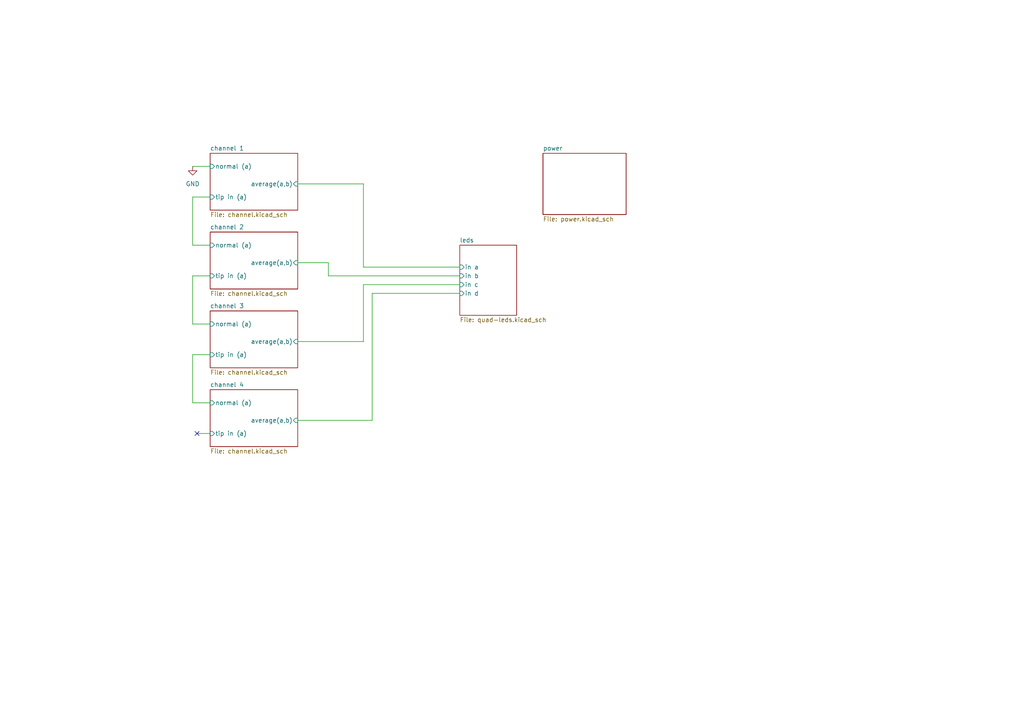
<source format=kicad_sch>
(kicad_sch (version 20230121) (generator eeschema)

  (uuid 0e98ec4b-b4c7-447c-abd7-a761177a7f67)

  (paper "A4")

  (lib_symbols
    (symbol "power:GND" (power) (pin_names (offset 0)) (in_bom yes) (on_board yes)
      (property "Reference" "#PWR" (at 0 -6.35 0)
        (effects (font (size 1.27 1.27)) hide)
      )
      (property "Value" "GND" (at 0 -3.81 0)
        (effects (font (size 1.27 1.27)))
      )
      (property "Footprint" "" (at 0 0 0)
        (effects (font (size 1.27 1.27)) hide)
      )
      (property "Datasheet" "" (at 0 0 0)
        (effects (font (size 1.27 1.27)) hide)
      )
      (property "ki_keywords" "global power" (at 0 0 0)
        (effects (font (size 1.27 1.27)) hide)
      )
      (property "ki_description" "Power symbol creates a global label with name \"GND\" , ground" (at 0 0 0)
        (effects (font (size 1.27 1.27)) hide)
      )
      (symbol "GND_0_1"
        (polyline
          (pts
            (xy 0 0)
            (xy 0 -1.27)
            (xy 1.27 -1.27)
            (xy 0 -2.54)
            (xy -1.27 -1.27)
            (xy 0 -1.27)
          )
          (stroke (width 0) (type default))
          (fill (type none))
        )
      )
      (symbol "GND_1_1"
        (pin power_in line (at 0 0 270) (length 0) hide
          (name "GND" (effects (font (size 1.27 1.27))))
          (number "1" (effects (font (size 1.27 1.27))))
        )
      )
    )
  )


  (no_connect (at 57.15 125.73) (uuid d03faa76-7353-4f39-b8e8-6e1827a60696))

  (wire (pts (xy 107.95 121.92) (xy 86.36 121.92))
    (stroke (width 0) (type default))
    (uuid 090956ca-702c-43f6-9c91-647c45b9ec7c)
  )
  (wire (pts (xy 105.41 77.47) (xy 105.41 53.34))
    (stroke (width 0) (type default))
    (uuid 0a90773b-f9b4-4698-af99-040866d4bcf2)
  )
  (wire (pts (xy 60.96 102.87) (xy 55.88 102.87))
    (stroke (width 0) (type default))
    (uuid 1547a717-f8f1-4619-94ca-a41a7d002f5b)
  )
  (wire (pts (xy 95.25 80.01) (xy 95.25 76.2))
    (stroke (width 0) (type default))
    (uuid 32556731-e167-4979-bc23-d1639f1f6020)
  )
  (wire (pts (xy 57.15 125.73) (xy 60.96 125.73))
    (stroke (width 0) (type default))
    (uuid 3408e4b0-f276-4fe7-be80-19c9de0819ec)
  )
  (wire (pts (xy 105.41 82.55) (xy 105.41 99.06))
    (stroke (width 0) (type default))
    (uuid 38465e2f-4b1c-4d2c-a5c0-c97ceaffd00e)
  )
  (wire (pts (xy 133.35 80.01) (xy 95.25 80.01))
    (stroke (width 0) (type default))
    (uuid 387c92aa-df02-43ae-b310-635a9462472c)
  )
  (wire (pts (xy 107.95 85.09) (xy 107.95 121.92))
    (stroke (width 0) (type default))
    (uuid 44c43215-7619-45c3-bf58-11bb94eb5ae6)
  )
  (wire (pts (xy 60.96 57.15) (xy 55.88 57.15))
    (stroke (width 0) (type default))
    (uuid 5ac893ae-b1e5-4c38-9f5f-b06dc404029f)
  )
  (wire (pts (xy 55.88 80.01) (xy 55.88 93.98))
    (stroke (width 0) (type default))
    (uuid 5d82ba9e-6ca7-4f3d-be58-971adccd1653)
  )
  (wire (pts (xy 60.96 80.01) (xy 55.88 80.01))
    (stroke (width 0) (type default))
    (uuid 63386c17-ae81-4124-8434-df19d1dd211a)
  )
  (wire (pts (xy 105.41 99.06) (xy 86.36 99.06))
    (stroke (width 0) (type default))
    (uuid 8577e05d-0590-454a-b260-d38b95c19a06)
  )
  (wire (pts (xy 95.25 76.2) (xy 86.36 76.2))
    (stroke (width 0) (type default))
    (uuid a7ed2bdd-7b51-419f-87f7-a6a8e8ad357a)
  )
  (wire (pts (xy 133.35 77.47) (xy 105.41 77.47))
    (stroke (width 0) (type default))
    (uuid b29f42cd-e6e2-4b62-b04e-dc33ce957e2d)
  )
  (wire (pts (xy 133.35 85.09) (xy 107.95 85.09))
    (stroke (width 0) (type default))
    (uuid b3abe371-5b3f-4a9b-93bb-9662e851e8ca)
  )
  (wire (pts (xy 55.88 93.98) (xy 60.96 93.98))
    (stroke (width 0) (type default))
    (uuid c34ab36d-2dc9-4180-aef3-4cd3f85d4f1c)
  )
  (wire (pts (xy 55.88 71.12) (xy 60.96 71.12))
    (stroke (width 0) (type default))
    (uuid c3682d81-a80b-4510-bdee-be045b0decc5)
  )
  (wire (pts (xy 55.88 48.26) (xy 60.96 48.26))
    (stroke (width 0) (type default))
    (uuid ddc4dcdd-34b2-411d-9f0c-833f65c4b939)
  )
  (wire (pts (xy 55.88 116.84) (xy 60.96 116.84))
    (stroke (width 0) (type default))
    (uuid e6905add-d9fa-4cf8-bd5b-c6b65041397b)
  )
  (wire (pts (xy 55.88 102.87) (xy 55.88 116.84))
    (stroke (width 0) (type default))
    (uuid ee1d5639-9466-4f0b-b7f7-ecb920f4a48b)
  )
  (wire (pts (xy 105.41 53.34) (xy 86.36 53.34))
    (stroke (width 0) (type default))
    (uuid ee5ff5b8-59fa-48f4-9aed-2958671252f6)
  )
  (wire (pts (xy 133.35 82.55) (xy 105.41 82.55))
    (stroke (width 0) (type default))
    (uuid ef3a7129-79d0-49ab-964c-e44140bf39a3)
  )
  (wire (pts (xy 55.88 57.15) (xy 55.88 71.12))
    (stroke (width 0) (type default))
    (uuid ff2da317-8b83-414c-ba7c-6a94f72f6c9e)
  )

  (symbol (lib_id "power:GND") (at 55.88 48.26 0) (unit 1)
    (in_bom yes) (on_board yes) (dnp no) (fields_autoplaced)
    (uuid 328260af-d7ea-4455-bf0d-ad064530be08)
    (property "Reference" "#PWR037" (at 55.88 54.61 0)
      (effects (font (size 1.27 1.27)) hide)
    )
    (property "Value" "GND" (at 55.88 53.34 0)
      (effects (font (size 1.27 1.27)))
    )
    (property "Footprint" "" (at 55.88 48.26 0)
      (effects (font (size 1.27 1.27)) hide)
    )
    (property "Datasheet" "" (at 55.88 48.26 0)
      (effects (font (size 1.27 1.27)) hide)
    )
    (pin "1" (uuid 1275ed4f-6a92-4417-8379-3b54d2e0d95f))
    (instances
      (project "mult"
        (path "/0e98ec4b-b4c7-447c-abd7-a761177a7f67"
          (reference "#PWR037") (unit 1)
        )
      )
    )
  )

  (sheet (at 60.96 44.45) (size 25.4 16.51) (fields_autoplaced)
    (stroke (width 0.1524) (type solid))
    (fill (color 0 0 0 0.0000))
    (uuid 2249c80e-b931-4fee-ab04-d512ceb5f269)
    (property "Sheetname" "channel 1" (at 60.96 43.7384 0)
      (effects (font (size 1.27 1.27)) (justify left bottom))
    )
    (property "Sheetfile" "channel.kicad_sch" (at 60.96 61.5446 0)
      (effects (font (size 1.27 1.27)) (justify left top))
    )
    (pin "average(a,b)" input (at 86.36 53.34 0)
      (effects (font (size 1.27 1.27)) (justify right))
      (uuid 70da3ce9-89ad-4f20-b137-7fe54e1fc0e6)
    )
    (pin "tip in (a)" input (at 60.96 57.15 180)
      (effects (font (size 1.27 1.27)) (justify left))
      (uuid 0f6c794d-4718-4931-96ca-a135d836c4e9)
    )
    (pin "normal (a)" input (at 60.96 48.26 180)
      (effects (font (size 1.27 1.27)) (justify left))
      (uuid d5125b8c-4e9e-4ed6-83e6-3f8d279b998c)
    )
    (instances
      (project "mult"
        (path "/0e98ec4b-b4c7-447c-abd7-a761177a7f67" (page "2"))
      )
    )
  )

  (sheet (at 133.35 71.12) (size 16.51 20.32) (fields_autoplaced)
    (stroke (width 0.1524) (type solid))
    (fill (color 0 0 0 0.0000))
    (uuid 41fcec89-2c3a-419b-9d1d-2962d3c6916c)
    (property "Sheetname" "leds" (at 133.35 70.4084 0)
      (effects (font (size 1.27 1.27)) (justify left bottom))
    )
    (property "Sheetfile" "quad-leds.kicad_sch" (at 133.35 92.0246 0)
      (effects (font (size 1.27 1.27)) (justify left top))
    )
    (pin "in c" input (at 133.35 82.55 180)
      (effects (font (size 1.27 1.27)) (justify left))
      (uuid 6add2c33-e421-4f72-81d9-ed3c91efdef6)
    )
    (pin "in a" input (at 133.35 77.47 180)
      (effects (font (size 1.27 1.27)) (justify left))
      (uuid 1754bc47-d39d-4e1a-88a8-97b7ebf58a3d)
    )
    (pin "in b" input (at 133.35 80.01 180)
      (effects (font (size 1.27 1.27)) (justify left))
      (uuid e64da0ca-df46-4e14-8463-d0a806a2604a)
    )
    (pin "in d" input (at 133.35 85.09 180)
      (effects (font (size 1.27 1.27)) (justify left))
      (uuid 61bc601f-cc9a-4f78-8576-c283dd3217bd)
    )
    (instances
      (project "mult"
        (path "/0e98ec4b-b4c7-447c-abd7-a761177a7f67" (page "6"))
      )
    )
  )

  (sheet (at 157.48 44.45) (size 24.13 17.78) (fields_autoplaced)
    (stroke (width 0.1524) (type solid))
    (fill (color 0 0 0 0.0000))
    (uuid 8c1e2838-0bf6-4b12-a1e6-2b9765075731)
    (property "Sheetname" "power" (at 157.48 43.7384 0)
      (effects (font (size 1.27 1.27)) (justify left bottom))
    )
    (property "Sheetfile" "power.kicad_sch" (at 157.48 62.8146 0)
      (effects (font (size 1.27 1.27)) (justify left top))
    )
    (instances
      (project "mult"
        (path "/0e98ec4b-b4c7-447c-abd7-a761177a7f67" (page "7"))
      )
    )
  )

  (sheet (at 60.96 90.17) (size 25.4 16.51) (fields_autoplaced)
    (stroke (width 0.1524) (type solid))
    (fill (color 0 0 0 0.0000))
    (uuid b26d7339-1ce2-4103-8db8-9f6dbd3f09ef)
    (property "Sheetname" "channel 3" (at 60.96 89.4584 0)
      (effects (font (size 1.27 1.27)) (justify left bottom))
    )
    (property "Sheetfile" "channel.kicad_sch" (at 60.96 107.2646 0)
      (effects (font (size 1.27 1.27)) (justify left top))
    )
    (pin "average(a,b)" input (at 86.36 99.06 0)
      (effects (font (size 1.27 1.27)) (justify right))
      (uuid 1c8afebd-1ac5-4385-b162-341d4f398a3b)
    )
    (pin "tip in (a)" input (at 60.96 102.87 180)
      (effects (font (size 1.27 1.27)) (justify left))
      (uuid bf216a57-c010-4700-bcaf-1bf6fbf601c9)
    )
    (pin "normal (a)" input (at 60.96 93.98 180)
      (effects (font (size 1.27 1.27)) (justify left))
      (uuid 4e120a80-809a-41d9-af67-a6cc9ceed3cb)
    )
    (instances
      (project "mult"
        (path "/0e98ec4b-b4c7-447c-abd7-a761177a7f67" (page "4"))
      )
    )
  )

  (sheet (at 60.96 67.31) (size 25.4 16.51) (fields_autoplaced)
    (stroke (width 0.1524) (type solid))
    (fill (color 0 0 0 0.0000))
    (uuid b290c7a8-131c-4f39-ab4f-62063cf2647f)
    (property "Sheetname" "channel 2" (at 60.96 66.5984 0)
      (effects (font (size 1.27 1.27)) (justify left bottom))
    )
    (property "Sheetfile" "channel.kicad_sch" (at 60.96 84.4046 0)
      (effects (font (size 1.27 1.27)) (justify left top))
    )
    (pin "average(a,b)" input (at 86.36 76.2 0)
      (effects (font (size 1.27 1.27)) (justify right))
      (uuid 3ff2e2ef-c483-4c7e-b5da-4aefcff5b225)
    )
    (pin "tip in (a)" input (at 60.96 80.01 180)
      (effects (font (size 1.27 1.27)) (justify left))
      (uuid 38bbe389-4855-4c71-a1fa-d2cff8d03de9)
    )
    (pin "normal (a)" input (at 60.96 71.12 180)
      (effects (font (size 1.27 1.27)) (justify left))
      (uuid 0d736ad7-a673-4d7e-9dbe-99a2ed0e3b51)
    )
    (instances
      (project "mult"
        (path "/0e98ec4b-b4c7-447c-abd7-a761177a7f67" (page "3"))
      )
    )
  )

  (sheet (at 60.96 113.03) (size 25.4 16.51) (fields_autoplaced)
    (stroke (width 0.1524) (type solid))
    (fill (color 0 0 0 0.0000))
    (uuid c8627544-d82d-426a-84eb-b4928bf7d17c)
    (property "Sheetname" "channel 4" (at 60.96 112.3184 0)
      (effects (font (size 1.27 1.27)) (justify left bottom))
    )
    (property "Sheetfile" "channel.kicad_sch" (at 60.96 130.1246 0)
      (effects (font (size 1.27 1.27)) (justify left top))
    )
    (pin "average(a,b)" input (at 86.36 121.92 0)
      (effects (font (size 1.27 1.27)) (justify right))
      (uuid bb84f518-8cc6-4f8f-904a-f9ccf4c95171)
    )
    (pin "normal (a)" input (at 60.96 116.84 180)
      (effects (font (size 1.27 1.27)) (justify left))
      (uuid ba8653a3-eabd-45be-9ce9-493e12601678)
    )
    (pin "tip in (a)" input (at 60.96 125.73 180)
      (effects (font (size 1.27 1.27)) (justify left))
      (uuid 357bd483-c74e-48f1-a48e-43ce7987cc5e)
    )
    (instances
      (project "mult"
        (path "/0e98ec4b-b4c7-447c-abd7-a761177a7f67" (page "5"))
      )
    )
  )

  (sheet_instances
    (path "/" (page "1"))
  )
)

</source>
